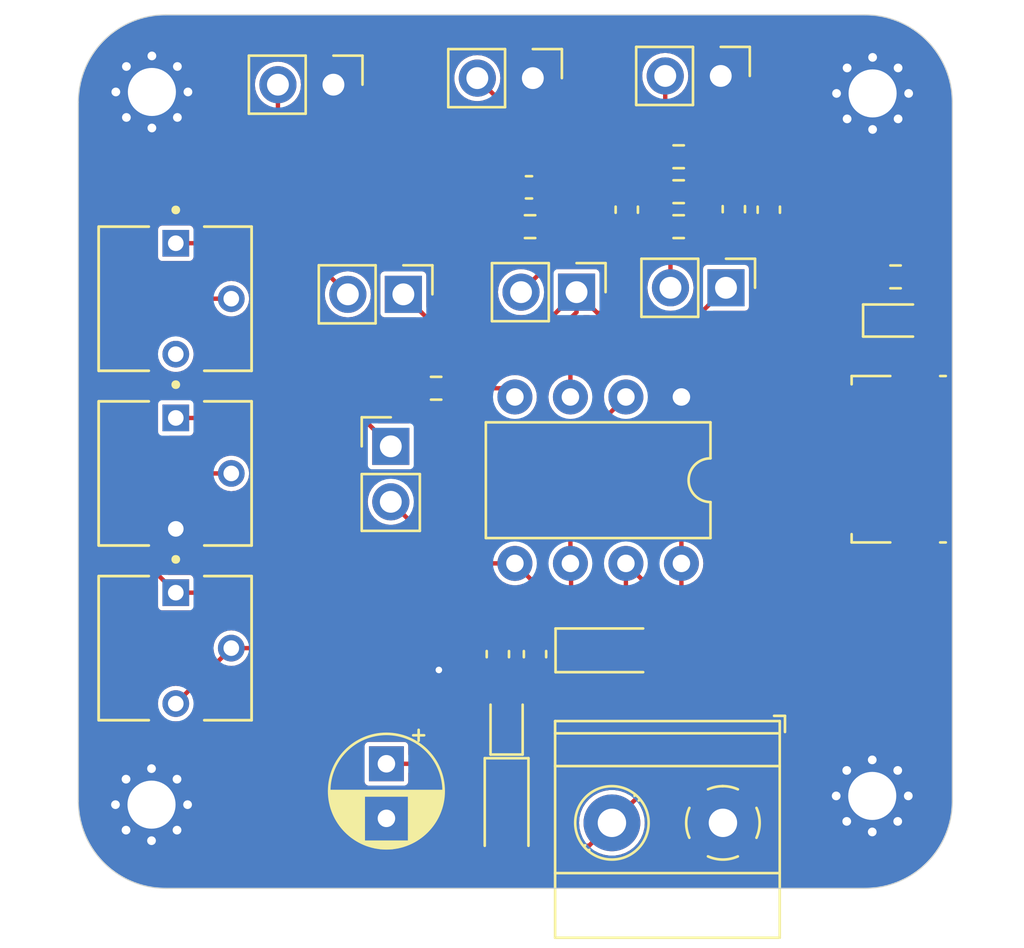
<source format=kicad_pcb>
(kicad_pcb (version 20240108) (generator "pcbnew") (generator_version "8.0")
  (layers (0 "F.Cu" signal) (31 "B.Cu" signal) (34 "B.Paste" user) (35 "F.Paste" user) (36 "B.SilkS" user "B.Silkscreen") (37 "F.SilkS" user "F.Silkscreen") (38 "B.Mask" user) (39 "F.Mask" user) (44 "Edge.Cuts" user))
  (net 0 "")
  (net 1 "GND")
  (net 2 "Net-(D2-K)")
  (net 3 "Net-(JP1-B)")
  (net 4 "Net-(J2-Pin_2)")
  (net 5 "Net-(C4-Pad1)")
  (net 6 "Net-(J3-Pin_2)")
  (net 7 "Net-(C6-Pad1)")
  (net 8 "VCC")
  (net 9 "Net-(D1-A)")
  (net 10 "Net-(D2-A)")
  (net 11 "Net-(D3-A)")
  (net 12 "Net-(J1-Pin_2)")
  (net 15 "Net-(JP1-A)")
  (net 16 "PWM_OUT")
  (net 17 "Net-(JP3-B)")
  (net 18 "Net-(JP4-B)")
  (net 19 "Net-(R1-Pad2)")
  (footprint "Capacitor_SMD:C_0603_1608Metric" (layer "F.Cu") (at 211.6 58.925 -90)
    (property "Reference" "C5" (hide yes))
    (property "Value" "470nF/25V")
    (pad "1" smd roundrect (at -0.775 0 270) (size 0.9 0.95) (layers "F.Cu" "F.Paste" "F.Mask") (net 6 "Net-(J3-Pin_2)"))
    (pad "2" smd roundrect (at 0.775 0 270) (size 0.9 0.95) (layers "F.Cu" "F.Paste" "F.Mask") (net 1 "GND"))
  )
  (footprint "TerminalBlock_Phoenix:TerminalBlock_Phoenix_MKDS-1,5-2-5.08_1x02_P5.08mm_Horizontal" (layer "F.Cu") (at 209.5 87 180)
    (property "Reference" "J4" (hide yes))
    (property "Value" "power")
    (pad "1" thru_hole rect (at 0 0 180) (size 2.6 2.6) (drill 1.3) (layers "*.Cu" "*.Mask") (net 1 "GND"))
    (pad "2" thru_hole circle (at 5.08 0 180) (size 2.6 2.6) (drill 1.3) (layers "*.Cu" "*.Mask") (net 9 "Net-(D1-A)"))
  )
  (footprint "Capacitor_SMD:C_0603_1608Metric" (layer "F.Cu") (at 200.9 79.275 -90)
    (property "Reference" "C2" (hide yes))
    (property "Value" "10nF/25V")
    (pad "1" smd roundrect (at -0.775 0 270) (size 0.9 0.95) (layers "F.Cu" "F.Paste" "F.Mask") (net 3 "Net-(JP1-B)"))
    (pad "2" smd roundrect (at 0.775 0 270) (size 0.9 0.95) (layers "F.Cu" "F.Paste" "F.Mask") (net 1 "GND"))
  )
  (footprint "MountingHole:MountingHole_2.2mm_M2_Pad_Via" (layer "F.Cu") (at 183.35 86.166726)
    (property "Reference" "H4" (hide yes))
    (property "Value" "MountingHole_Pad")
    (pad "1" thru_hole circle (at -1.65 0) (size 0.7 0.7) (drill 0.4) (layers "*.Cu" "*.Mask") (net 1 "GND"))
    (pad "1" thru_hole circle (at -1.166726 -1.166726) (size 0.7 0.7) (drill 0.4) (layers "*.Cu" "*.Mask") (net 1 "GND"))
    (pad "1" thru_hole circle (at -1.166726 1.166726) (size 0.7 0.7) (drill 0.4) (layers "*.Cu" "*.Mask") (net 1 "GND"))
    (pad "1" thru_hole circle (at 0 -1.65) (size 0.7 0.7) (drill 0.4) (layers "*.Cu" "*.Mask") (net 1 "GND"))
    (pad "1" thru_hole circle (at 0 0) (size 4.4 4.4) (drill 2.2) (layers "*.Cu" "*.Mask") (net 1 "GND"))
    (pad "1" thru_hole circle (at 0 1.65) (size 0.7 0.7) (drill 0.4) (layers "*.Cu" "*.Mask") (net 1 "GND"))
    (pad "1" thru_hole circle (at 1.166726 -1.166726) (size 0.7 0.7) (drill 0.4) (layers "*.Cu" "*.Mask") (net 1 "GND"))
    (pad "1" thru_hole circle (at 1.166726 1.166726) (size 0.7 0.7) (drill 0.4) (layers "*.Cu" "*.Mask") (net 1 "GND"))
    (pad "1" thru_hole circle (at 1.65 0) (size 0.7 0.7) (drill 0.4) (layers "*.Cu" "*.Mask") (net 1 "GND"))
  )
  (footprint "Capacitor_SMD:C_0603_1608Metric" (layer "F.Cu") (at 210 58.9 -90)
    (property "Reference" "C6" (hide yes))
    (property "Value" "470nF/25V")
    (pad "1" smd roundrect (at -0.775 0 270) (size 0.9 0.95) (layers "F.Cu" "F.Paste" "F.Mask") (net 7 "Net-(C6-Pad1)"))
    (pad "2" smd roundrect (at 0.775 0 270) (size 0.9 0.95) (layers "F.Cu" "F.Paste" "F.Mask") (net 1 "GND"))
  )
  (footprint "Connector_PinHeader_2.54mm:PinHeader_1x02_P2.54mm_Vertical" (layer "F.Cu") (at 209.64 62.5 -90)
    (property "Reference" "JP4" (hide yes))
    (property "Value" "Jumper_sine")
    (pad "1" thru_hole rect (at 0 0 270) (size 1.7 1.7) (drill 1) (layers "*.Cu" "*.Mask") (net 16 "PWM_OUT"))
    (pad "2" thru_hole oval (at 0 2.54 270) (size 1.7 1.7) (drill 1) (layers "*.Cu" "*.Mask") (net 18 "Net-(JP4-B)"))
  )
  (footprint "Connector_PinHeader_2.54mm:PinHeader_1x02_P2.54mm_Vertical" (layer "F.Cu") (at 191.675 53.2 -90)
    (property "Reference" "J1" (hide yes))
    (property "Value" "pwm_out")
    (pad "1" thru_hole rect (at 0 0 270) (size 1.7 1.7) (drill 1) (layers "*.Cu" "*.Mask") (net 1 "GND"))
    (pad "2" thru_hole oval (at 0 2.54 270) (size 1.7 1.7) (drill 1) (layers "*.Cu" "*.Mask") (net 12 "Net-(J1-Pin_2)"))
  )
  (footprint "Diode_SMD:D_0603_1608Metric" (layer "F.Cu") (at 199.6 82.3875 90)
    (property "Reference" "C8" (hide yes))
    (property "Value" "100nF/25v")
    (pad "1" smd roundrect (at -0.7875 0 90) (size 0.875 0.95) (layers "F.Cu" "F.Paste" "F.Mask") (net 8 "VCC"))
    (pad "2" smd roundrect (at 0.7875 0 90) (size 0.875 0.95) (layers "F.Cu" "F.Paste" "F.Mask") (net 1 "GND"))
  )
  (footprint "Resistor_SMD:R_0603_1608Metric" (layer "F.Cu") (at 207.475 56.5)
    (property "Reference" "R5" (hide yes))
    (property "Value" "300")
    (pad "1" smd roundrect (at -0.825 0) (size 0.8 0.95) (layers "F.Cu" "F.Paste" "F.Mask") (net 5 "Net-(C4-Pad1)"))
    (pad "2" smd roundrect (at 0.825 0) (size 0.8 0.95) (layers "F.Cu" "F.Paste" "F.Mask") (net 6 "Net-(J3-Pin_2)"))
  )
  (footprint "Capacitor_SMD:C_0603_1608Metric" (layer "F.Cu") (at 200.625 57.9)
    (property "Reference" "C3" (hide yes))
    (property "Value" "10nF/25V")
    (pad "1" smd roundrect (at -0.775 0) (size 0.9 0.95) (layers "F.Cu" "F.Paste" "F.Mask") (net 4 "Net-(J2-Pin_2)"))
    (pad "2" smd roundrect (at 0.775 0) (size 0.9 0.95) (layers "F.Cu" "F.Paste" "F.Mask") (net 1 "GND"))
  )
  (footprint "Resistor_SMD:R_0603_1608Metric" (layer "F.Cu") (at 217.4 62)
    (property "Reference" "R6" (hide yes))
    (property "Value" "1k")
    (pad "1" smd roundrect (at -0.825 0) (size 0.8 0.95) (layers "F.Cu" "F.Paste" "F.Mask") (net 8 "VCC"))
    (pad "2" smd roundrect (at 0.825 0) (size 0.8 0.95) (layers "F.Cu" "F.Paste" "F.Mask") (net 11 "Net-(D3-A)"))
  )
  (footprint "Connector_PinHeader_2.54mm:PinHeader_1x02_P2.54mm_Vertical" (layer "F.Cu") (at 200.8 52.9 -90)
    (property "Reference" "J2" (hide yes))
    (property "Value" "ramp_out")
    (pad "1" thru_hole rect (at 0 0 270) (size 1.7 1.7) (drill 1) (layers "*.Cu" "*.Mask") (net 1 "GND"))
    (pad "2" thru_hole oval (at 0 2.54 270) (size 1.7 1.7) (drill 1) (layers "*.Cu" "*.Mask") (net 4 "Net-(J2-Pin_2)"))
  )
  (footprint "Capacitor_SMD:C_0603_1608Metric" (layer "F.Cu") (at 199.2 79.275 -90)
    (property "Reference" "C1" (hide yes))
    (property "Value" "1uF/25V")
    (pad "1" smd roundrect (at -0.775 0 270) (size 0.9 0.95) (layers "F.Cu" "F.Paste" "F.Mask") (net 2 "Net-(D2-K)"))
    (pad "2" smd roundrect (at 0.775 0 270) (size 0.9 0.95) (layers "F.Cu" "F.Paste" "F.Mask") (net 1 "GND"))
  )
  (footprint "3362p_trim_potentiometer:TRIM_3362P-1-204" (layer "F.Cu") (at 184.46 79 -90)
    (property "Reference" "RV4" (hide yes))
    (property "Value" "1k")
    (pad "1" thru_hole rect (at -2.54 0 270) (size 1.222 1.222) (drill 0.714) (layers "*.Cu" "*.Mask") (net 10 "Net-(D2-A)"))
    (pad "2" thru_hole circle (at 0 -2.54 270) (size 1.222 1.222) (drill 0.714) (layers "*.Cu" "*.Mask") (net 2 "Net-(D2-K)"))
    (pad "3" thru_hole circle (at 2.54 0 270) (size 1.222 1.222) (drill 0.714) (layers "*.Cu" "*.Mask") (net 2 "Net-(D2-K)"))
  )
  (footprint "Package_DIP:DIP-8_W7.62mm" (layer "F.Cu") (at 207.6 67.5 -90)
    (property "Reference" "U1" (hide yes))
    (property "Value" "NE555P")
    (pad "1" thru_hole rect (at 0 0 270) (size 1.6 1.6) (drill 0.8) (layers "*.Cu" "*.Mask") (net 1 "GND"))
    (pad "2" thru_hole oval (at 0 2.54 270) (size 1.6 1.6) (drill 0.8) (layers "*.Cu" "*.Mask") (net 2 "Net-(D2-K)"))
    (pad "3" thru_hole oval (at 0 5.08 270) (size 1.6 1.6) (drill 0.8) (layers "*.Cu" "*.Mask") (net 16 "PWM_OUT"))
    (pad "4" thru_hole oval (at 0 7.62 270) (size 1.6 1.6) (drill 0.8) (layers "*.Cu" "*.Mask") (net 8 "VCC"))
    (pad "5" thru_hole oval (at 7.62 7.62 270) (size 1.6 1.6) (drill 0.8) (layers "*.Cu" "*.Mask") (net 3 "Net-(JP1-B)"))
    (pad "6" thru_hole oval (at 7.62 5.08 270) (size 1.6 1.6) (drill 0.8) (layers "*.Cu" "*.Mask") (net 2 "Net-(D2-K)"))
    (pad "7" thru_hole oval (at 7.62 2.54 270) (size 1.6 1.6) (drill 0.8) (layers "*.Cu" "*.Mask") (net 10 "Net-(D2-A)"))
    (pad "8" thru_hole oval (at 7.62 0 270) (size 1.6 1.6) (drill 0.8) (layers "*.Cu" "*.Mask") (net 8 "VCC"))
  )
  (footprint "Capacitor_SMD:C_0603_1608Metric" (layer "F.Cu") (at 205.1 58.925 -90)
    (property "Reference" "C4" (hide yes))
    (property "Value" "470nF/25V")
    (pad "1" smd roundrect (at -0.775 0 270) (size 0.9 0.95) (layers "F.Cu" "F.Paste" "F.Mask") (net 5 "Net-(C4-Pad1)"))
    (pad "2" smd roundrect (at 0.775 0 270) (size 0.9 0.95) (layers "F.Cu" "F.Paste" "F.Mask") (net 1 "GND"))
  )
  (footprint "MountingHole:MountingHole_2.2mm_M2_Pad_Via" (layer "F.Cu") (at 216.333274 85.766726)
    (property "Reference" "H2" (hide yes))
    (property "Value" "MountingHole_Pad")
    (pad "1" thru_hole circle (at -1.65 0) (size 0.7 0.7) (drill 0.4) (layers "*.Cu" "*.Mask") (net 1 "GND"))
    (pad "1" thru_hole circle (at -1.166726 -1.166726) (size 0.7 0.7) (drill 0.4) (layers "*.Cu" "*.Mask") (net 1 "GND"))
    (pad "1" thru_hole circle (at -1.166726 1.166726) (size 0.7 0.7) (drill 0.4) (layers "*.Cu" "*.Mask") (net 1 "GND"))
    (pad "1" thru_hole circle (at 0 -1.65) (size 0.7 0.7) (drill 0.4) (layers "*.Cu" "*.Mask") (net 1 "GND"))
    (pad "1" thru_hole circle (at 0 0) (size 4.4 4.4) (drill 2.2) (layers "*.Cu" "*.Mask") (net 1 "GND"))
    (pad "1" thru_hole circle (at 0 1.65) (size 0.7 0.7) (drill 0.4) (layers "*.Cu" "*.Mask") (net 1 "GND"))
    (pad "1" thru_hole circle (at 1.166726 -1.166726) (size 0.7 0.7) (drill 0.4) (layers "*.Cu" "*.Mask") (net 1 "GND"))
    (pad "1" thru_hole circle (at 1.166726 1.166726) (size 0.7 0.7) (drill 0.4) (layers "*.Cu" "*.Mask") (net 1 "GND"))
    (pad "1" thru_hole circle (at 1.65 0) (size 0.7 0.7) (drill 0.4) (layers "*.Cu" "*.Mask") (net 1 "GND"))
  )
  (footprint "3362p_trim_potentiometer:TRIM_3362P-1-204" (layer "F.Cu") (at 184.46 71 -90)
    (property "Reference" "RV2" (hide yes))
    (property "Value" "R_Potentiometer")
    (pad "1" thru_hole rect (at -2.54 0 270) (size 1.222 1.222) (drill 0.714) (layers "*.Cu" "*.Mask") (net 19 "Net-(R1-Pad2)"))
    (pad "2" thru_hole circle (at 0 -2.54 270) (size 1.222 1.222) (drill 0.714) (layers "*.Cu" "*.Mask") (net 15 "Net-(JP1-A)"))
    (pad "3" thru_hole circle (at 2.54 0 270) (size 1.222 1.222) (drill 0.714) (layers "*.Cu" "*.Mask") (net 1 "GND"))
  )
  (footprint "Connector_USB:USB_Micro-B_Molex_47346-0001" (layer "F.Cu") (at 217.1 70.35 90)
    (property "Reference" "J5" (hide yes))
    (property "Value" "USB_B_Micro")
    (pad "1" smd rect (at -1.3 -1.46 90) (size 0.45 1.38) (layers "F.Cu" "F.Paste" "F.Mask") (net 9 "Net-(D1-A)"))
    (pad "2" smd rect (at -0.65 -1.46 90) (size 0.45 1.38) (layers "F.Cu" "F.Paste" "F.Mask"))
    (pad "3" smd rect (at 0 -1.46 90) (size 0.45 1.38) (layers "F.Cu" "F.Paste" "F.Mask"))
    (pad "4" smd rect (at 0.65 -1.46 90) (size 0.45 1.38) (layers "F.Cu" "F.Paste" "F.Mask"))
    (pad "5" smd rect (at 1.3 -1.46 90) (size 0.45 1.38) (layers "F.Cu" "F.Paste" "F.Mask") (net 1 "GND"))
    (pad "6" smd rect (at -3.375 1.2 90) (size 1.65 1.3) (layers "F.Cu" "F.Paste" "F.Mask") (net 1 "GND"))
    (pad "6" smd rect (at -2.4875 -1.375 90) (size 1.425 1.55) (layers "F.Cu" "F.Paste" "F.Mask") (net 1 "GND"))
    (pad "6" smd rect (at -1.15 1.2 90) (size 1.8 1.9) (layers "F.Cu" "F.Paste" "F.Mask") (net 1 "GND"))
    (pad "6" smd rect (at 1.55 1.2 90) (size 1 1.9) (layers "F.Cu" "F.Paste" "F.Mask") (net 1 "GND"))
    (pad "6" smd rect (at 2.4875 -1.375 90) (size 1.425 1.55) (layers "F.Cu" "F.Paste" "F.Mask") (net 1 "GND"))
    (pad "6" smd rect (at 3.375 1.2 90) (size 1.65 1.3) (layers "F.Cu" "F.Paste" "F.Mask") (net 1 "GND"))
  )
  (footprint "Resistor_SMD:R_0603_1608Metric" (layer "F.Cu") (at 207.475 58.1 180)
    (property "Reference" "R4" (hide yes))
    (property "Value" "300")
    (pad "1" smd roundrect (at -0.825 0 180) (size 0.8 0.95) (layers "F.Cu" "F.Paste" "F.Mask") (net 7 "Net-(C6-Pad1)"))
    (pad "2" smd roundrect (at 0.825 0 180) (size 0.8 0.95) (layers "F.Cu" "F.Paste" "F.Mask") (net 5 "Net-(C4-Pad1)"))
  )
  (footprint "Resistor_SMD:R_0603_1608Metric" (layer "F.Cu") (at 200.675 59.7 180)
    (property "Reference" "R2" (hide yes))
    (property "Value" "220")
    (pad "1" smd roundrect (at -0.825 0 180) (size 0.8 0.95) (layers "F.Cu" "F.Paste" "F.Mask") (net 17 "Net-(JP3-B)"))
    (pad "2" smd roundrect (at 0.825 0 180) (size 0.8 0.95) (layers "F.Cu" "F.Paste" "F.Mask") (net 4 "Net-(J2-Pin_2)"))
  )
  (footprint "Connector_PinHeader_2.54mm:PinHeader_1x02_P2.54mm_Vertical" (layer "F.Cu") (at 194.875 62.8 -90)
    (property "Reference" "JP2" (hide yes))
    (property "Value" "Jumper_pwm")
    (pad "1" thru_hole rect (at 0 0 270) (size 1.7 1.7) (drill 1) (layers "*.Cu" "*.Mask") (net 16 "PWM_OUT"))
    (pad "2" thru_hole oval (at 0 2.54 270) (size 1.7 1.7) (drill 1) (layers "*.Cu" "*.Mask") (net 12 "Net-(J1-Pin_2)"))
  )
  (footprint "Diode_SMD:D_SOD-123" (layer "F.Cu") (at 204.2 79.1)
    (property "Reference" "D2" (hide yes))
    (property "Value" "1N4148W")
    (pad "1" smd roundrect (at -1.65 0) (size 0.9 1.2) (layers "F.Cu" "F.Paste" "F.Mask") (net 2 "Net-(D2-K)"))
    (pad "2" smd roundrect (at 1.65 0) (size 0.9 1.2) (layers "F.Cu" "F.Paste" "F.Mask") (net 10 "Net-(D2-A)"))
  )
  (footprint "Diode_SMD:D_SOD-123" (layer "F.Cu") (at 199.6 86.4 -90)
    (property "Reference" "D1" (hide yes))
    (property "Value" "1N4148W")
    (pad "1" smd roundrect (at -1.65 0 270) (size 0.9 1.2) (layers "F.Cu" "F.Paste" "F.Mask") (net 8 "VCC"))
    (pad "2" smd roundrect (at 1.65 0 270) (size 0.9 1.2) (layers "F.Cu" "F.Paste" "F.Mask") (net 9 "Net-(D1-A)"))
  )
  (footprint "3362p_trim_potentiometer:TRIM_3362P-1-204" (layer "F.Cu") (at 184.46 63 -90)
    (property "Reference" "RV1" (hide yes))
    (property "Value" "1k")
    (pad "1" thru_hole rect (at -2.54 0 270) (size 1.222 1.222) (drill 0.714) (layers "*.Cu" "*.Mask") (net 8 "VCC"))
    (pad "2" thru_hole circle (at 0 -2.54 270) (size 1.222 1.222) (drill 0.714) (layers "*.Cu" "*.Mask") (net 10 "Net-(D2-A)"))
    (pad "3" thru_hole circle (at 2.54 0 270) (size 1.222 1.222) (drill 0.714) (layers "*.Cu" "*.Mask"))
  )
  (footprint "Connector_PinHeader_2.54mm:PinHeader_1x02_P2.54mm_Vertical" (layer "F.Cu") (at 202.8 62.7 -90)
    (property "Reference" "JP3" (hide yes))
    (property "Value" "Jumper_ramp")
    (pad "1" thru_hole rect (at 0 0 270) (size 1.7 1.7) (drill 1) (layers "*.Cu" "*.Mask") (net 16 "PWM_OUT"))
    (pad "2" thru_hole oval (at 0 2.54 270) (size 1.7 1.7) (drill 1) (layers "*.Cu" "*.Mask") (net 17 "Net-(JP3-B)"))
  )
  (footprint "Resistor_SMD:R_0603_1608Metric" (layer "F.Cu") (at 207.475 59.7)
    (property "Reference" "R3" (hide yes))
    (property "Value" "300")
    (pad "1" smd roundrect (at -0.825 0) (size 0.8 0.95) (layers "F.Cu" "F.Paste" "F.Mask") (net 18 "Net-(JP4-B)"))
    (pad "2" smd roundrect (at 0.825 0) (size 0.8 0.95) (layers "F.Cu" "F.Paste" "F.Mask") (net 7 "Net-(C6-Pad1)"))
  )
  (footprint "Capacitor_THT:CP_Radial_D5.0mm_P2.50mm" (layer "F.Cu") (at 194.1 84.294888 -90)
    (property "Reference" "C7" (hide yes))
    (property "Value" "1uF/25V")
    (pad "1" thru_hole rect (at 0 0 270) (size 1.6 1.6) (drill 0.8) (layers "*.Cu" "*.Mask") (net 8 "VCC"))
    (pad "2" thru_hole circle (at 2.5 0 270) (size 1.6 1.6) (drill 0.8) (layers "*.Cu" "*.Mask") (net 1 "GND"))
  )
  (footprint "MountingHole:MountingHole_2.2mm_M2_Pad_Via" (layer "F.Cu") (at 183.366726 53.533274)
    (property "Reference" "H1" (hide yes))
    (property "Value" "MountingHole_Pad")
    (pad "1" thru_hole circle (at -1.65 0) (size 0.7 0.7) (drill 0.4) (layers "*.Cu" "*.Mask") (net 1 "GND"))
    (pad "1" thru_hole circle (at -1.166726 -1.166726) (size 0.7 0.7) (drill 0.4) (layers "*.Cu" "*.Mask") (net 1 "GND"))
    (pad "1" thru_hole circle (at -1.166726 1.166726) (size 0.7 0.7) (drill 0.4) (layers "*.Cu" "*.Mask") (net 1 "GND"))
    (pad "1" thru_hole circle (at 0 -1.65) (size 0.7 0.7) (drill 0.4) (layers "*.Cu" "*.Mask") (net 1 "GND"))
    (pad "1" thru_hole circle (at 0 0) (size 4.4 4.4) (drill 2.2) (layers "*.Cu" "*.Mask") (net 1 "GND"))
    (pad "1" thru_hole circle (at 0 1.65) (size 0.7 0.7) (drill 0.4) (layers "*.Cu" "*.Mask") (net 1 "GND"))
    (pad "1" thru_hole circle (at 1.166726 -1.166726) (size 0.7 0.7) (drill 0.4) (layers "*.Cu" "*.Mask") (net 1 "GND"))
    (pad "1" thru_hole circle (at 1.166726 1.166726) (size 0.7 0.7) (drill 0.4) (layers "*.Cu" "*.Mask") (net 1 "GND"))
    (pad "1" thru_hole circle (at 1.65 0) (size 0.7 0.7) (drill 0.4) (layers "*.Cu" "*.Mask") (net 1 "GND"))
  )
  (footprint "LED_SMD:LED_0603_1608Metric" (layer "F.Cu") (at 217.4 64)
    (property "Reference" "D3" (hide yes))
    (property "Value" "PWR_LED")
    (pad "1" smd roundrect (at -0.7875 0) (size 0.875 0.95) (layers "F.Cu" "F.Paste" "F.Mask") (net 1 "GND"))
    (pad "2" smd roundrect (at 0.7875 0) (size 0.875 0.95) (layers "F.Cu" "F.Paste" "F.Mask") (net 11 "Net-(D3-A)"))
  )
  (footprint "Connector_PinHeader_2.54mm:PinHeader_1x02_P2.54mm_Vertical" (layer "F.Cu") (at 194.3 69.76)
    (property "Reference" "JP1" (hide yes))
    (property "Value" "Jumper_2_Open")
    (pad "1" thru_hole rect (at 0 0) (size 1.7 1.7) (drill 1) (layers "*.Cu" "*.Mask") (net 15 "Net-(JP1-A)"))
    (pad "2" thru_hole oval (at 0 2.54) (size 1.7 1.7) (drill 1) (layers "*.Cu" "*.Mask") (net 3 "Net-(JP1-B)"))
  )
  (footprint "Connector_PinHeader_2.54mm:PinHeader_1x02_P2.54mm_Vertical" (layer "F.Cu") (at 209.4 52.8 -90)
    (property "Reference" "J3" (hide yes))
    (property "Value" "sine_out")
    (pad "1" thru_hole rect (at 0 0 270) (size 1.7 1.7) (drill 1) (layers "*.Cu" "*.Mask") (net 1 "GND"))
    (pad "2" thru_hole oval (at 0 2.54 270) (size 1.7 1.7) (drill 1) (layers "*.Cu" "*.Mask") (net 6 "Net-(J3-Pin_2)"))
  )
  (footprint "MountingHole:MountingHole_2.2mm_M2_Pad_Via" (layer "F.Cu") (at 216.35 53.6)
    (property "Reference" "H3" (hide yes))
    (property "Value" "MountingHole_Pad")
    (pad "1" thru_hole circle (at -1.65 0) (size 0.7 0.7) (drill 0.4) (layers "*.Cu" "*.Mask") (net 1 "GND"))
    (pad "1" thru_hole circle (at -1.166726 -1.166726) (size 0.7 0.7) (drill 0.4) (layers "*.Cu" "*.Mask") (net 1 "GND"))
    (pad "1" thru_hole circle (at -1.166726 1.166726) (size 0.7 0.7) (drill 0.4) (layers "*.Cu" "*.Mask") (net 1 "GND"))
    (pad "1" thru_hole circle (at 0 -1.65) (size 0.7 0.7) (drill 0.4) (layers "*.Cu" "*.Mask") (net 1 "GND"))
    (pad "1" thru_hole circle (at 0 0) (size 4.4 4.4) (drill 2.2) (layers "*.Cu" "*.Mask") (net 1 "GND"))
    (pad "1" thru_hole circle (at 0 1.65) (size 0.7 0.7) (drill 0.4) (layers "*.Cu" "*.Mask") (net 1 "GND"))
    (pad "1" thru_hole circle (at 1.166726 -1.166726) (size 0.7 0.7) (drill 0.4) (layers "*.Cu" "*.Mask") (net 1 "GND"))
    (pad "1" thru_hole circle (at 1.166726 1.166726) (size 0.7 0.7) (drill 0.4) (layers "*.Cu" "*.Mask") (net 1 "GND"))
    (pad "1" thru_hole circle (at 1.65 0) (size 0.7 0.7) (drill 0.4) (layers "*.Cu" "*.Mask") (net 1 "GND"))
  )
  (footprint "Resistor_SMD:R_0603_1608Metric" (layer "F.Cu") (at 196.375 67.1 180)
    (property "Reference" "R1" (hide yes))
    (property "Value" "1k")
    (pad "1" smd roundrect (at -0.825 0 180) (size 0.8 0.95) (layers "F.Cu" "F.Paste" "F.Mask") (net 8 "VCC"))
    (pad "2" smd roundrect (at 0.825 0 180) (size 0.8 0.95) (layers "F.Cu" "F.Paste" "F.Mask") (net 19 "Net-(R1-Pad2)"))
  )
  (gr_line (start 220 86) (end 220 54) (stroke (width 0.05)) (layer "Edge.Cuts"))
  (gr_arc (start 180 54) (mid 181.171573 51.171573) (end 184 50) (stroke (width 0.05)) (layer "Edge.Cuts"))
  (gr_line (start 180 86) (end 180 54) (stroke (width 0.05)) (layer "Edge.Cuts"))
  (gr_line (start 216 50) (end 184 50) (stroke (width 0.05)) (layer "Edge.Cuts"))
  (gr_arc (start 216 50) (mid 218.828427 51.171573) (end 220 54) (stroke (width 0.05)) (layer "Edge.Cuts"))
  (gr_line (start 216 90) (end 184 90) (stroke (width 0.05)) (layer "Edge.Cuts"))
  (gr_arc (start 184 90) (mid 181.171573 88.828427) (end 180 86) (stroke (width 0.05)) (layer "Edge.Cuts"))
  (gr_arc (start 220 86) (mid 218.828427 88.828427) (end 216 90) (stroke (width 0.05)) (layer "Edge.Cuts"))
  (via (at 196.5 80) (size 0.6) (drill 0.3) (layers "F.Cu" "B.Cu") (net 1))
  (segment (start 199.1 78.5) (end 198.6 79) (width 0.2) (layer "F.Cu") (net 2))
  (segment (start 187 79) (end 184.46 81.54) (width 0.2) (layer "F.Cu") (net 2))
  (segment (start 202.55 79.1) (end 202.55 75.15) (width 0.2) (layer "F.Cu") (net 2))
  (segment (start 202.55 75.15) (end 202.52 75.12) (width 0.2) (layer "F.Cu") (net 2))
  (segment (start 199.2 78.5) (end 199.1 78.5) (width 0.2) (layer "F.Cu") (net 2))
  (segment (start 199.95 79.25) (end 202.4 79.25) (width 0.2) (layer "F.Cu") (net 2))
  (segment (start 198.6 79) (end 187 79) (width 0.2) (layer "F.Cu") (net 2))
  (segment (start 202.52 75.12) (end 202.52 70.04) (width 0.2) (layer "F.Cu") (net 2))
  (segment (start 202.52 70.04) (end 205.06 67.5) (width 0.2) (layer "F.Cu") (net 2))
  (segment (start 199.2 78.5) (end 199.95 79.25) (width 0.2) (layer "F.Cu") (net 2))
  (segment (start 202.4 79.25) (end 202.55 79.1) (width 0.2) (layer "F.Cu") (net 2))
  (segment (start 197.12 75.12) (end 194.3 72.3) (width 0.2) (layer "F.Cu") (net 3))
  (segment (start 200.9 78.5) (end 200.9 76.04) (width 0.2) (layer "F.Cu") (net 3))
  (segment (start 200.9 76.04) (end 199.98 75.12) (width 0.2) (layer "F.Cu") (net 3))
  (segment (start 199.98 75.12) (end 197.12 75.12) (width 0.2) (layer "F.Cu") (net 3))
  (segment (start 199.85 59.7) (end 199.85 57.9) (width 0.2) (layer "F.Cu") (net 4))
  (segment (start 199.85 54.49) (end 198.26 52.9) (width 0.2) (layer "F.Cu") (net 4))
  (segment (start 199.85 57.9) (end 199.85 54.49) (width 0.2) (layer "F.Cu") (net 4))
  (segment (start 205.1 58.15) (end 206.6 58.15) (width 0.2) (layer "F.Cu") (net 5))
  (segment (start 206.65 56.5) (end 206.65 58.1) (width 0.2) (layer "F.Cu") (net 5))
  (segment (start 206.6 58.15) (end 206.65 58.1) (width 0.2) (layer "F.Cu") (net 5))
  (segment (start 209.95 56.5) (end 211.6 58.15) (width 0.2) (layer "F.Cu") (net 6))
  (segment (start 206.86 55.06) (end 208.3 56.5) (width 0.2) (layer "F.Cu") (net 6))
  (segment (start 206.86 52.8) (end 206.86 55.06) (width 0.2) (layer "F.Cu") (net 6))
  (segment (start 208.3 56.5) (end 209.95 56.5) (width 0.2) (layer "F.Cu") (net 6))
  (segment (start 206.86 52.8) (end 206.8 52.8) (width 0.2) (layer "B.Cu") (net 6))
  (segment (start 208.3 58.1) (end 209.975 58.1) (width 0.2) (layer "F.Cu") (net 7))
  (segment (start 209.975 58.1) (end 210 58.125) (width 0.2) (layer "F.Cu") (net 7))
  (segment (start 208.3 58.1) (end 208.3 59.7) (width 0.2) (layer "F.Cu") (net 7))
  (segment (start 199.6 83.175) (end 199.6 84.75) (width 0.2) (layer "F.Cu") (net 8))
  (segment (start 205.515635 66.4) (end 206.5 67.384365) (width 0.2) (layer "F.Cu") (net 8))
  (segment (start 198.847157 68.747157) (end 203.168478 68.747157) (width 0.2) (layer "F.Cu") (net 8))
  (segment (start 207.6 75.12) (end 207.6 70.975) (width 0.2) (layer "F.Cu") (net 8))
  (segment (start 199.9 67.5) (end 199.5 67.1) (width 0.2) (layer "F.Cu") (net 8))
  (segment (start 189.1 64.8) (end 194.9 64.8) (width 0.2) (layer "F.Cu") (net 8))
  (segment (start 199.5 67.1) (end 197.2 67.1) (width 0.2) (layer "F.Cu") (net 8))
  (segment (start 203.96 67.955635) (end 203.96 67.044365) (width 0.2) (layer "F.Cu") (net 8))
  (segment (start 207.9375 70.6375) (end 216.575 62) (width 0.2) (layer "F.Cu") (net 8))
  (segment (start 207.6 75.12) (end 207.6 78.698696) (width 0.2) (layer "F.Cu") (net 8))
  (segment (start 194.9 64.8) (end 197.2 67.1) (width 0.2) (layer "F.Cu") (net 8))
  (segment (start 204.604365 66.4) (end 205.515635 66.4) (width 0.2) (layer "F.Cu") (net 8))
  (segment (start 188.5 61.3) (end 188.5 64.2) (width 0.2) (layer "F.Cu") (net 8))
  (segment (start 203.168478 68.747157) (end 203.96 67.955635) (width 0.2) (layer "F.Cu") (net 8))
  (segment (start 207.6 78.698696) (end 203.123696 83.175) (width 0.2) (layer "F.Cu") (net 8))
  (segment (start 207.6 70.975) (end 207.9375 70.6375) (width 0.2) (layer "F.Cu") (net 8))
  (segment (start 203.123696 83.175) (end 199.6 83.175) (width 0.2) (layer "F.Cu") (net 8))
  (segment (start 188.5 64.2) (end 189.1 64.8) (width 0.2) (layer "F.Cu") (net 8))
  (segment (start 203.96 67.044365) (end 204.604365 66.4) (width 0.2) (layer "F.Cu") (net 8))
  (segment (start 197.2 67.1) (end 198.847157 68.747157) (width 0.2) (layer "F.Cu") (net 8))
  (segment (start 206.5 69.5) (end 207.6375 70.6375) (width 0.2) (layer "F.Cu") (net 8))
  (segment (start 207.6375 70.6375) (end 207.9375 70.6375) (width 0.2) (layer "F.Cu") (net 8))
  (segment (start 194.1 84.294888) (end 199.144888 84.294888) (width 0.2) (layer "F.Cu") (net 8))
  (segment (start 184.46 60.46) (end 187.66 60.46) (width 0.2) (layer "F.Cu") (net 8))
  (segment (start 206.5 67.384365) (end 206.5 69.5) (width 0.2) (layer "F.Cu") (net 8))
  (segment (start 199.144888 84.294888) (end 199.6 84.75) (width 0.2) (layer "F.Cu") (net 8))
  (segment (start 199.98 67.5) (end 199.9 67.5) (width 0.2) (layer "F.Cu") (net 8))
  (segment (start 187.66 60.46) (end 188.5 61.3) (width 0.2) (layer "F.Cu") (net 8))
  (segment (start 199.6 88.05) (end 203.37 88.05) (width 0.2) (layer "F.Cu") (net 9))
  (segment (start 214.825 71.65) (end 215.64 71.65) (width 0.2) (layer "F.Cu") (net 9))
  (segment (start 203.37 88.05) (end 204.42 87) (width 0.2) (layer "F.Cu") (net 9))
  (segment (start 213.1 73.375) (end 214.825 71.65) (width 0.2) (layer "F.Cu") (net 9))
  (segment (start 213.1 78.32) (end 213.1 73.375) (width 0.2) (layer "F.Cu") (net 9))
  (segment (start 204.42 87) (end 213.1 78.32) (width 0.2) (layer "F.Cu") (net 9))
  (segment (start 205.06 77.938696) (end 202.198696 80.8) (width 0.2) (layer "F.Cu") (net 10))
  (segment (start 183.549 79.551) (end 186.64 76.46) (width 0.2) (layer "F.Cu") (net 10))
  (segment (start 186.64 76.46) (end 184.46 76.46) (width 0.2) (layer "F.Cu") (net 10))
  (segment (start 205.85 79.1) (end 205.85 75.91) (width 0.2) (layer "F.Cu") (net 10))
  (segment (start 186.488349 80.8) (end 184.837349 82.451) (width 0.2) (layer "F.Cu") (net 10))
  (segment (start 202.198696 80.8) (end 186.488349 80.8) (width 0.2) (layer "F.Cu") (net 10))
  (segment (start 184.46 76.46) (end 183.149 75.149) (width 0.2) (layer "F.Cu") (net 10))
  (segment (start 184.837349 82.451) (end 184.082651 82.451) (width 0.2) (layer "F.Cu") (net 10))
  (segment (start 185.7 63) (end 187 63) (width 0.2) (layer "F.Cu") (net 10))
  (segment (start 183.549 81.917349) (end 183.549 79.551) (width 0.2) (layer "F.Cu") (net 10))
  (segment (start 183.149 65.551) (end 185.7 63) (width 0.2) (layer "F.Cu") (net 10))
  (segment (start 205.06 75.12) (end 205.06 77.938696) (width 0.2) (layer "F.Cu") (net 10))
  (segment (start 183.149 75.149) (end 183.149 65.551) (width 0.2) (layer "F.Cu") (net 10))
  (segment (start 205.85 75.91) (end 205.06 75.12) (width 0.2) (layer "F.Cu") (net 10))
  (segment (start 184.082651 82.451) (end 183.549 81.917349) (width 0.2) (layer "F.Cu") (net 10))
  (segment (start 218.1875 62.0375) (end 218.225 62) (width 0.2) (layer "F.Cu") (net 11))
  (segment (start 218.1875 64) (end 218.1875 62.0375) (width 0.2) (layer "F.Cu") (net 11))
  (segment (start 189.135 59.6) (end 192.335 62.8) (width 0.2) (layer "F.Cu") (net 12))
  (segment (start 189.135 53.2) (end 189.135 59.6) (width 0.2) (layer "F.Cu") (net 12))
  (segment (start 192.089 67.549) (end 194.3 69.76) (width 0.2) (layer "F.Cu") (net 15))
  (segment (start 183.549 67.549) (end 192.089 67.549) (width 0.2) (layer "F.Cu") (net 15))
  (segment (start 183.549 69.371) (end 183.549 67.549) (width 0.2) (layer "F.Cu") (net 15))
  (segment (start 187 71) (end 185.178 71) (width 0.2) (layer "F.Cu") (net 15))
  (segment (start 185.178 71) (end 183.549 69.371) (width 0.2) (layer "F.Cu") (net 15))
  (segment (start 201.65 63.85) (end 202.8 62.7) (width 0.2) (layer "F.Cu") (net 16))
  (segment (start 194.875 62.8) (end 195.925 63.85) (width 0.2) (layer "F.Cu") (net 16))
  (segment (start 195.925 63.85) (end 201.65 63.85) (width 0.2) (layer "F.Cu") (net 16))
  (segment (start 202.8 63.62) (end 202.52 63.9) (width 0.2) (layer "F.Cu") (net 16))
  (segment (start 202.52 67.5) (end 202.52 63.9) (width 0.2) (layer "F.Cu") (net 16))
  (segment (start 202.8 62.7) (end 203.75 63.65) (width 0.2) (layer "F.Cu") (net 16))
  (segment (start 208.49 63.65) (end 209.64 62.5) (width 0.2) (layer "F.Cu") (net 16))
  (segment (start 203.75 63.65) (end 208.49 63.65) (width 0.2) (layer "F.Cu") (net 16))
  (segment (start 202.8 62.7) (end 202.8 63.62) (width 0.2) (layer "F.Cu") (net 16))
  (segment (start 200.26 62.7) (end 201.5 61.46) (width 0.2) (layer "F.Cu") (net 17))
  (segment (start 201.5 61.46) (end 201.5 59.7) (width 0.2) (layer "F.Cu") (net 17))
  (segment (start 207.1 62.5) (end 207.1 60.15) (width 0.2) (layer "F.Cu") (net 18))
  (segment (start 207.1 60.15) (end 206.65 59.7) (width 0.2) (layer "F.Cu") (net 18))
  (segment (start 195.45 70.91) (end 195.55 70.81) (width 0.2) (layer "F.Cu") (net 19))
  (segment (start 195.55 70.81) (end 195.55 67.1) (width 0.2) (layer "F.Cu") (net 19))
  (segment (start 193.15 70.91) (end 195.45 70.91) (width 0.2) (layer "F.Cu") (net 19))
  (segment (start 184.46 68.46) (end 190.7 68.46) (width 0.2) (layer "F.Cu") (net 19))
  (segment (start 190.7 68.46) (end 193.15 70.91) (width 0.2) (layer "F.Cu") (net 19))
  (zone (net 1) (net_name "GND") (layers "F&B.Cu") (connect_pads yes (clearance 0.2)) (min_thickness 0.25) (fill yes (thermal_gap 0.25) (thermal_bridge_width 0.25))
    (polygon (pts (xy 180 50) (xy 220 50) (xy 220 90) (xy 180 90)))
  )
)
</source>
